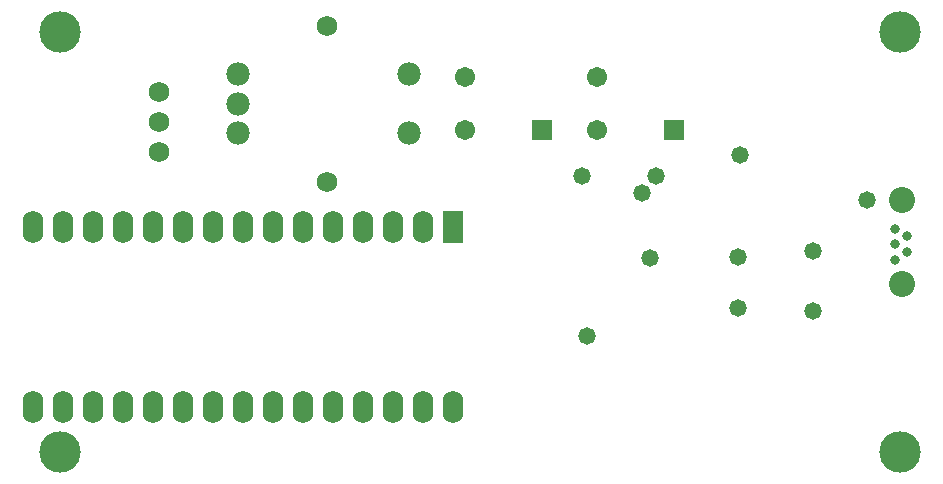
<source format=gbs>
G04 Layer_Color=8150272*
%FSLAX25Y25*%
%MOIN*%
G70*
G01*
G75*
%ADD39C,0.07800*%
%ADD40C,0.06800*%
%ADD41C,0.06706*%
%ADD42R,0.06706X0.06706*%
%ADD43C,0.13800*%
%ADD44R,0.06800X0.10800*%
%ADD45O,0.06800X0.10800*%
%ADD46C,0.08674*%
%ADD47C,0.03300*%
%ADD48C,0.05800*%
D39*
X274472Y540842D02*
D03*
Y531000D02*
D03*
Y521158D02*
D03*
X331559Y540842D02*
D03*
Y521158D02*
D03*
D40*
X304000Y556984D02*
D03*
Y505016D02*
D03*
X248000Y525000D02*
D03*
Y515000D02*
D03*
Y535000D02*
D03*
D41*
X350205Y539858D02*
D03*
Y522142D02*
D03*
X394205Y539858D02*
D03*
Y522142D02*
D03*
D42*
X375795Y522142D02*
D03*
X419795Y522142D02*
D03*
D43*
X215000Y555000D02*
D03*
Y415000D02*
D03*
X495000D02*
D03*
Y555000D02*
D03*
D44*
X346000Y490000D02*
D03*
D45*
X336000D02*
D03*
X326000D02*
D03*
X346000Y430000D02*
D03*
X316000Y490000D02*
D03*
X306000D02*
D03*
X296000D02*
D03*
X286000D02*
D03*
X276000D02*
D03*
X266000D02*
D03*
X256000D02*
D03*
X246000D02*
D03*
X236000D02*
D03*
X226000D02*
D03*
X216000D02*
D03*
X206000D02*
D03*
Y430000D02*
D03*
X216000D02*
D03*
X226000D02*
D03*
X236000D02*
D03*
X246000D02*
D03*
X256000D02*
D03*
X266000D02*
D03*
X276000D02*
D03*
X286000D02*
D03*
X296000D02*
D03*
X306000D02*
D03*
X316000D02*
D03*
X326000D02*
D03*
X336000D02*
D03*
D46*
X495626Y499000D02*
D03*
Y470850D02*
D03*
D47*
X493600Y484200D02*
D03*
Y479082D02*
D03*
Y489318D02*
D03*
X497537Y481641D02*
D03*
Y486759D02*
D03*
D48*
X484000Y498918D02*
D03*
X441035Y480035D02*
D03*
Y463000D02*
D03*
X409244Y501244D02*
D03*
X390642Y453642D02*
D03*
X411858Y479642D02*
D03*
X413744Y506756D02*
D03*
X441906Y513906D02*
D03*
X389256Y506756D02*
D03*
X466000Y462000D02*
D03*
Y482000D02*
D03*
M02*

</source>
